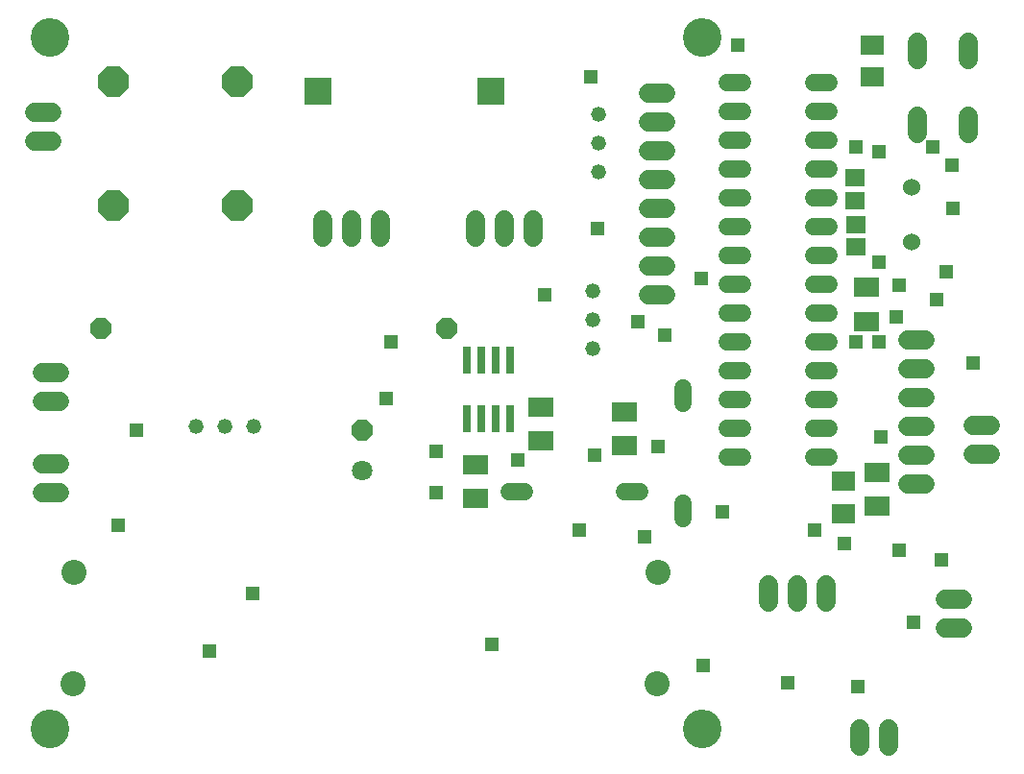
<source format=gts>
G75*
%MOIN*%
%OFA0B0*%
%FSLAX25Y25*%
%IPPOS*%
%LPD*%
%AMOC8*
5,1,8,0,0,1.08239X$1,22.5*
%
%ADD10C,0.13398*%
%ADD11OC8,0.10800*%
%ADD12OC8,0.07100*%
%ADD13C,0.07100*%
%ADD14R,0.08674X0.06706*%
%ADD15C,0.06000*%
%ADD16R,0.03162X0.09461*%
%ADD17C,0.05200*%
%ADD18C,0.06800*%
%ADD19OC8,0.07296*%
%ADD20R,0.09800X0.09800*%
%ADD21C,0.06000*%
%ADD22R,0.07898X0.07099*%
%ADD23R,0.07099X0.05918*%
%ADD24C,0.08674*%
%ADD25R,0.04762X0.04762*%
D10*
X0021770Y0024473D03*
X0248149Y0024489D03*
X0248163Y0264658D03*
X0021769Y0264644D03*
D11*
X0044007Y0249099D03*
X0087007Y0249099D03*
X0087007Y0206099D03*
X0044007Y0206099D03*
D12*
X0130303Y0128108D03*
D13*
X0130303Y0114108D03*
D14*
X0169424Y0116348D03*
X0169424Y0104537D03*
X0192300Y0124507D03*
X0192300Y0136318D03*
X0221183Y0134574D03*
X0221183Y0122763D03*
X0305082Y0166008D03*
X0305082Y0177819D03*
X0308911Y0113531D03*
X0308911Y0101720D03*
D15*
X0292273Y0118831D02*
X0287073Y0118831D01*
X0287073Y0128831D02*
X0292273Y0128831D01*
X0292273Y0138831D02*
X0287073Y0138831D01*
X0287073Y0148831D02*
X0292273Y0148831D01*
X0292273Y0158831D02*
X0287073Y0158831D01*
X0287073Y0168831D02*
X0292273Y0168831D01*
X0292273Y0178831D02*
X0287073Y0178831D01*
X0287073Y0188831D02*
X0292273Y0188831D01*
X0292273Y0198831D02*
X0287073Y0198831D01*
X0287073Y0208831D02*
X0292273Y0208831D01*
X0292273Y0218831D02*
X0287073Y0218831D01*
X0287073Y0228831D02*
X0292273Y0228831D01*
X0292273Y0238831D02*
X0287073Y0238831D01*
X0287073Y0248831D02*
X0292273Y0248831D01*
X0262273Y0248831D02*
X0257073Y0248831D01*
X0257073Y0238831D02*
X0262273Y0238831D01*
X0262273Y0228831D02*
X0257073Y0228831D01*
X0257073Y0218831D02*
X0262273Y0218831D01*
X0262273Y0208831D02*
X0257073Y0208831D01*
X0257073Y0198831D02*
X0262273Y0198831D01*
X0262273Y0188831D02*
X0257073Y0188831D01*
X0257073Y0178831D02*
X0262273Y0178831D01*
X0262273Y0168831D02*
X0257073Y0168831D01*
X0257073Y0158831D02*
X0262273Y0158831D01*
X0262273Y0148831D02*
X0257073Y0148831D01*
X0257073Y0138831D02*
X0262273Y0138831D01*
X0262273Y0128831D02*
X0257073Y0128831D01*
X0257073Y0118831D02*
X0262273Y0118831D01*
X0241514Y0102775D02*
X0241514Y0097575D01*
X0226433Y0106727D02*
X0221233Y0106727D01*
X0186433Y0106727D02*
X0181233Y0106727D01*
X0241514Y0137575D02*
X0241514Y0142775D01*
D16*
X0181449Y0152632D03*
X0176449Y0152632D03*
X0171449Y0152632D03*
X0166449Y0152632D03*
X0166449Y0132159D03*
X0171449Y0132159D03*
X0176449Y0132159D03*
X0181449Y0132159D03*
D17*
X0210406Y0156569D03*
X0210406Y0166569D03*
X0210406Y0176569D03*
X0212400Y0217999D03*
X0212400Y0227999D03*
X0212400Y0237999D03*
X0092558Y0129548D03*
X0082558Y0129548D03*
X0072558Y0129548D03*
D18*
X0025408Y0138177D02*
X0019408Y0138177D01*
X0019408Y0148177D02*
X0025408Y0148177D01*
X0025120Y0116447D02*
X0019120Y0116447D01*
X0019120Y0106447D02*
X0025120Y0106447D01*
X0116435Y0195268D02*
X0116435Y0201268D01*
X0126435Y0201268D02*
X0126435Y0195268D01*
X0136435Y0195268D02*
X0136435Y0201268D01*
X0169702Y0201268D02*
X0169702Y0195268D01*
X0179702Y0195268D02*
X0179702Y0201268D01*
X0189702Y0201268D02*
X0189702Y0195268D01*
X0229557Y0195130D02*
X0235557Y0195130D01*
X0235557Y0185130D02*
X0229557Y0185130D01*
X0229557Y0175130D02*
X0235557Y0175130D01*
X0235557Y0205130D02*
X0229557Y0205130D01*
X0229557Y0215130D02*
X0235557Y0215130D01*
X0235557Y0225130D02*
X0229557Y0225130D01*
X0229557Y0235130D02*
X0235557Y0235130D01*
X0235557Y0245130D02*
X0229557Y0245130D01*
X0322835Y0237294D02*
X0322835Y0231294D01*
X0340635Y0231294D02*
X0340635Y0237294D01*
X0340635Y0256894D02*
X0340635Y0262894D01*
X0322835Y0262894D02*
X0322835Y0256894D01*
X0325492Y0159405D02*
X0319492Y0159405D01*
X0319492Y0149405D02*
X0325492Y0149405D01*
X0325492Y0139405D02*
X0319492Y0139405D01*
X0319492Y0129405D02*
X0325492Y0129405D01*
X0325492Y0119405D02*
X0319492Y0119405D01*
X0319492Y0109405D02*
X0325492Y0109405D01*
X0342258Y0119859D02*
X0348258Y0119859D01*
X0348258Y0129859D02*
X0342258Y0129859D01*
X0291312Y0074394D02*
X0291312Y0068394D01*
X0281312Y0068394D02*
X0281312Y0074394D01*
X0271312Y0074394D02*
X0271312Y0068394D01*
X0303064Y0024675D02*
X0303064Y0018675D01*
X0313064Y0018675D02*
X0313064Y0024675D01*
X0332731Y0059455D02*
X0338731Y0059455D01*
X0338731Y0069455D02*
X0332731Y0069455D01*
X0022444Y0228662D02*
X0016444Y0228662D01*
X0016444Y0238662D02*
X0022444Y0238662D01*
D19*
X0039635Y0163609D03*
X0159635Y0163609D03*
D20*
X0174838Y0245906D03*
X0114838Y0245906D03*
D21*
X0320797Y0212581D03*
X0320797Y0193581D03*
D22*
X0307165Y0250789D03*
X0307165Y0261985D03*
X0297333Y0110387D03*
X0297333Y0099191D03*
D23*
X0301473Y0191736D03*
X0301473Y0199610D03*
X0301242Y0207983D03*
X0301242Y0215857D03*
D24*
X0232814Y0078865D03*
X0232717Y0040218D03*
X0030039Y0040218D03*
X0030137Y0078865D03*
D25*
X0045630Y0095040D03*
X0051969Y0128111D03*
X0092087Y0071418D03*
X0077284Y0051458D03*
X0155906Y0106694D03*
X0155866Y0121025D03*
X0138543Y0139135D03*
X0140118Y0158820D03*
X0193662Y0175355D03*
X0211772Y0198190D03*
X0247992Y0180867D03*
X0225945Y0165907D03*
X0235394Y0161182D03*
X0232992Y0122599D03*
X0210984Y0119450D03*
X0184213Y0117875D03*
X0205473Y0093466D03*
X0228307Y0091103D03*
X0255079Y0099765D03*
X0287362Y0093466D03*
X0297599Y0088741D03*
X0316496Y0086379D03*
X0331142Y0083151D03*
X0321631Y0061660D03*
X0302323Y0039135D03*
X0277992Y0040434D03*
X0248425Y0046497D03*
X0175118Y0053820D03*
X0310197Y0125749D03*
X0342248Y0151430D03*
X0329416Y0173387D03*
X0332888Y0183326D03*
X0316496Y0178505D03*
X0309410Y0186379D03*
X0315709Y0167481D03*
X0309410Y0158820D03*
X0301536Y0158820D03*
X0335394Y0205277D03*
X0335035Y0220244D03*
X0328307Y0226536D03*
X0309410Y0224962D03*
X0301536Y0226536D03*
X0260591Y0261970D03*
X0209410Y0250946D03*
M02*

</source>
